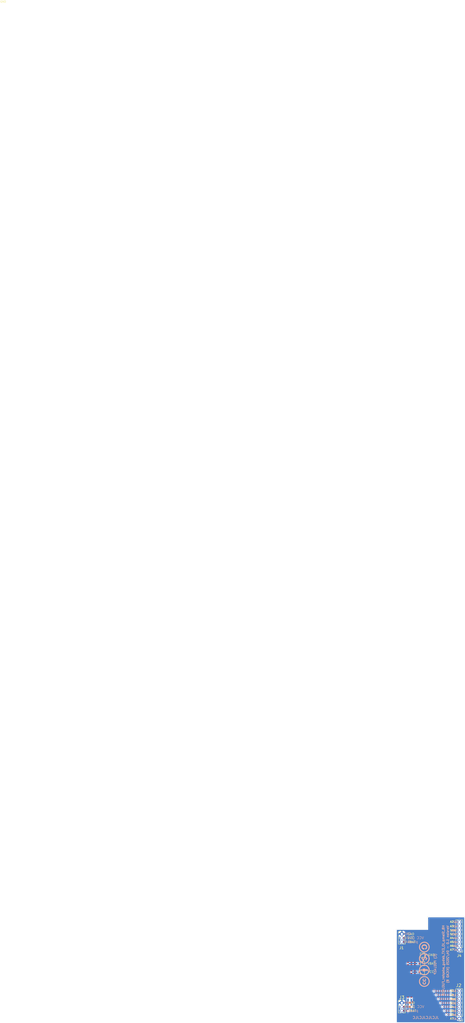
<source format=kicad_pcb>
(kicad_pcb (version 20240108) (generator "pcbnew") (generator_version "8.0")
  (title_block (title "HB_Stamp_IO_EXT_debug_adapter_FUEL4EP") (date "2025-04-17") (rev "1.0") (company "FUEL4EP"))
  (layers (0 "F.Cu" jumper) (31 "B.Cu" signal) (34 "B.Paste" user) (35 "F.Paste" user) (36 "B.SilkS" user "B.Silkscreen") (37 "F.SilkS" user "F.Silkscreen") (38 "B.Mask" user) (39 "F.Mask" user) (44 "Edge.Cuts" user))
  (net 0 "")
  (net 1 "GND")
  (net 2 "/SCL")
  (net 3 "/SDA")
  (net 4 "VCC")
  (net 5 "/plusBAT")
  (net 6 "/A4")
  (net 7 "/A2")
  (net 8 "/A5")
  (net 9 "/A3")
  (net 10 "/A7")
  (net 11 "/A6")
  (footprint "Connector_PinHeader_1.27mm:PinHeader_1x03_P1.27mm_Vertical" (layer "F.Cu") (at 1.8288 -28.4516)
    (property "Reference" "J1" (at -0.0788 4.4516 0) (layer "F.SilkS") (effects (font (size 0.8 0.8))))
    (property "Value" "Power")
    (pad "1" thru_hole rect (at 0 0) (size 1 1) (drill 0.65) (layers "*.Cu" "*.Mask" "In1.Cu" "In2.Cu" "In3.Cu" "In4.Cu" "In5.Cu" "In6.Cu" "In7.Cu" "In8.Cu" "In9.Cu" "In10.Cu" "In11.Cu" "In12.Cu" "In13.Cu" "In14.Cu" "In15.Cu" "In16.Cu" "In17.Cu" "In18.Cu" "In19.Cu" "In20.Cu" "In21.Cu" "In22.Cu" "In23.Cu" "In24.Cu" "In25.Cu" "In26.Cu" "In27.Cu" "In28.Cu" "In29.Cu" "In30.Cu") (net 1 "GND"))
    (pad "2" thru_hole oval (at 0 1.27) (size 1 1) (drill 0.65) (layers "*.Cu" "*.Mask" "In1.Cu" "In2.Cu" "In3.Cu" "In4.Cu" "In5.Cu" "In6.Cu" "In7.Cu" "In8.Cu" "In9.Cu" "In10.Cu" "In11.Cu" "In12.Cu" "In13.Cu" "In14.Cu" "In15.Cu" "In16.Cu" "In17.Cu" "In18.Cu" "In19.Cu" "In20.Cu" "In21.Cu" "In22.Cu" "In23.Cu" "In24.Cu" "In25.Cu" "In26.Cu" "In27.Cu" "In28.Cu" "In29.Cu" "In30.Cu") (net 4 "VCC"))
    (pad "3" thru_hole oval (at 0 2.54) (size 1 1) (drill 0.65) (layers "*.Cu" "*.Mask" "In1.Cu" "In2.Cu" "In3.Cu" "In4.Cu" "In5.Cu" "In6.Cu" "In7.Cu" "In8.Cu" "In9.Cu" "In10.Cu" "In11.Cu" "In12.Cu" "In13.Cu" "In14.Cu" "In15.Cu" "In16.Cu" "In17.Cu" "In18.Cu" "In19.Cu" "In20.Cu" "In21.Cu" "In22.Cu" "In23.Cu" "In24.Cu" "In25.Cu" "In26.Cu" "In27.Cu" "In28.Cu" "In29.Cu" "In30.Cu") (net 5 "/plusBAT"))
  )
  (footprint "Connector_PinHeader_1.27mm:PinHeader_1x08_P1.27mm_Vertical" (layer "F.Cu") (at 20.1676 -1.3716 180)
    (property "Reference" "J2" (at 0.1676 10.6284 0) (layer "F.SilkS"))
    (property "Value" "IO1")
    (pad "1" thru_hole rect (at 0 0 180) (size 1 1) (drill 0.65) (layers "*.Cu" "*.Mask" "In1.Cu" "In2.Cu" "In3.Cu" "In4.Cu" "In5.Cu" "In6.Cu" "In7.Cu" "In8.Cu" "In9.Cu" "In10.Cu" "In11.Cu" "In12.Cu" "In13.Cu" "In14.Cu" "In15.Cu" "In16.Cu" "In17.Cu" "In18.Cu" "In19.Cu" "In20.Cu" "In21.Cu" "In22.Cu" "In23.Cu" "In24.Cu" "In25.Cu" "In26.Cu" "In27.Cu" "In28.Cu" "In29.Cu" "In30.Cu") (net 10 "/A7"))
    (pad "2" thru_hole oval (at 0 1.27 180) (size 1 1) (drill 0.65) (layers "*.Cu" "*.Mask" "In1.Cu" "In2.Cu" "In3.Cu" "In4.Cu" "In5.Cu" "In6.Cu" "In7.Cu" "In8.Cu" "In9.Cu" "In10.Cu" "In11.Cu" "In12.Cu" "In13.Cu" "In14.Cu" "In15.Cu" "In16.Cu" "In17.Cu" "In18.Cu" "In19.Cu" "In20.Cu" "In21.Cu" "In22.Cu" "In23.Cu" "In24.Cu" "In25.Cu" "In26.Cu" "In27.Cu" "In28.Cu" "In29.Cu" "In30.Cu") (net 11 "/A6"))
    (pad "3" thru_hole oval (at 0 2.54 180) (size 1 1) (drill 0.65) (layers "*.Cu" "*.Mask" "In1.Cu" "In2.Cu" "In3.Cu" "In4.Cu" "In5.Cu" "In6.Cu" "In7.Cu" "In8.Cu" "In9.Cu" "In10.Cu" "In11.Cu" "In12.Cu" "In13.Cu" "In14.Cu" "In15.Cu" "In16.Cu" "In17.Cu" "In18.Cu" "In19.Cu" "In20.Cu" "In21.Cu" "In22.Cu" "In23.Cu" "In24.Cu" "In25.Cu" "In26.Cu" "In27.Cu" "In28.Cu" "In29.Cu" "In30.Cu") (net 8 "/A5"))
    (pad "4" thru_hole oval (at 0 3.81 180) (size 1 1) (drill 0.65) (layers "*.Cu" "*.Mask" "In1.Cu" "In2.Cu" "In3.Cu" "In4.Cu" "In5.Cu" "In6.Cu" "In7.Cu" "In8.Cu" "In9.Cu" "In10.Cu" "In11.Cu" "In12.Cu" "In13.Cu" "In14.Cu" "In15.Cu" "In16.Cu" "In17.Cu" "In18.Cu" "In19.Cu" "In20.Cu" "In21.Cu" "In22.Cu" "In23.Cu" "In24.Cu" "In25.Cu" "In26.Cu" "In27.Cu" "In28.Cu" "In29.Cu" "In30.Cu") (net 6 "/A4"))
    (pad "5" thru_hole oval (at 0 5.08 180) (size 1 1) (drill 0.65) (layers "*.Cu" "*.Mask" "In1.Cu" "In2.Cu" "In3.Cu" "In4.Cu" "In5.Cu" "In6.Cu" "In7.Cu" "In8.Cu" "In9.Cu" "In10.Cu" "In11.Cu" "In12.Cu" "In13.Cu" "In14.Cu" "In15.Cu" "In16.Cu" "In17.Cu" "In18.Cu" "In19.Cu" "In20.Cu" "In21.Cu" "In22.Cu" "In23.Cu" "In24.Cu" "In25.Cu" "In26.Cu" "In27.Cu" "In28.Cu" "In29.Cu" "In30.Cu") (net 2 "/SCL"))
    (pad "6" thru_hole oval (at 0 6.35 180) (size 1 1) (drill 0.65) (layers "*.Cu" "*.Mask" "In1.Cu" "In2.Cu" "In3.Cu" "In4.Cu" "In5.Cu" "In6.Cu" "In7.Cu" "In8.Cu" "In9.Cu" "In10.Cu" "In11.Cu" "In12.Cu" "In13.Cu" "In14.Cu" "In15.Cu" "In16.Cu" "In17.Cu" "In18.Cu" "In19.Cu" "In20.Cu" "In21.Cu" "In22.Cu" "In23.Cu" "In24.Cu" "In25.Cu" "In26.Cu" "In27.Cu" "In28.Cu" "In29.Cu" "In30.Cu") (net 3 "/SDA"))
    (pad "7" thru_hole oval (at 0 7.62 180) (size 1 1) (drill 0.65) (layers "*.Cu" "*.Mask" "In1.Cu" "In2.Cu" "In3.Cu" "In4.Cu" "In5.Cu" "In6.Cu" "In7.Cu" "In8.Cu" "In9.Cu" "In10.Cu" "In11.Cu" "In12.Cu" "In13.Cu" "In14.Cu" "In15.Cu" "In16.Cu" "In17.Cu" "In18.Cu" "In19.Cu" "In20.Cu" "In21.Cu" "In22.Cu" "In23.Cu" "In24.Cu" "In25.Cu" "In26.Cu" "In27.Cu" "In28.Cu" "In29.Cu" "In30.Cu") (net 9 "/A3"))
    (pad "8" thru_hole oval (at 0 8.89 180) (size 1 1) (drill 0.65) (layers "*.Cu" "*.Mask" "In1.Cu" "In2.Cu" "In3.Cu" "In4.Cu" "In5.Cu" "In6.Cu" "In7.Cu" "In8.Cu" "In9.Cu" "In10.Cu" "In11.Cu" "In12.Cu" "In13.Cu" "In14.Cu" "In15.Cu" "In16.Cu" "In17.Cu" "In18.Cu" "In19.Cu" "In20.Cu" "In21.Cu" "In22.Cu" "In23.Cu" "In24.Cu" "In25.Cu" "In26.Cu" "In27.Cu" "In28.Cu" "In29.Cu" "In30.Cu") (net 7 "/A2"))
  )
  (footprint "Connector_PinHeader_1.27mm:PinHeader_1x08_P1.27mm_Vertical" (layer "F.Cu") (at 20.1676 -23.3716 180)
    (property "Reference" "J4" (at 0 -1.8716 180) (layer "F.SilkS") (effects (font (size 0.8 0.8))))
    (property "Value" "IO1" (hide yes))
    (pad "1" thru_hole rect (at 0 0 180) (size 1 1) (drill 0.65) (layers "*.Cu" "*.Mask" "In1.Cu" "In2.Cu" "In3.Cu" "In4.Cu" "In5.Cu" "In6.Cu" "In7.Cu" "In8.Cu" "In9.Cu" "In10.Cu" "In11.Cu" "In12.Cu" "In13.Cu" "In14.Cu" "In15.Cu" "In16.Cu" "In17.Cu" "In18.Cu" "In19.Cu" "In20.Cu" "In21.Cu" "In22.Cu" "In23.Cu" "In24.Cu" "In25.Cu" "In26.Cu" "In27.Cu" "In28.Cu" "In29.Cu" "In30.Cu") (net 10 "/A7"))
    (pad "2" thru_hole oval (at 0 1.27 180) (size 1 1) (drill 0.65) (layers "*.Cu" "*.Mask" "In1.Cu" "In2.Cu" "In3.Cu" "In4.Cu" "In5.Cu" "In6.Cu" "In7.Cu" "In8.Cu" "In9.Cu" "In10.Cu" "In11.Cu" "In12.Cu" "In13.Cu" "In14.Cu" "In15.Cu" "In16.Cu" "In17.Cu" "In18.Cu" "In19.Cu" "In20.Cu" "In21.Cu" "In22.Cu" "In23.Cu" "In24.Cu" "In25.Cu" "In26.Cu" "In27.Cu" "In28.Cu" "In29.Cu" "In30.Cu") (net 11 "/A6"))
    (pad "3" thru_hole oval (at 0 2.54 180) (size 1 1) (drill 0.65) (layers "*.Cu" "*.Mask" "In1.Cu" "In2.Cu" "In3.Cu" "In4.Cu" "In5.Cu" "In6.Cu" "In7.Cu" "In8.Cu" "In9.Cu" "In10.Cu" "In11.Cu" "In12.Cu" "In13.Cu" "In14.Cu" "In15.Cu" "In16.Cu" "In17.Cu" "In18.Cu" "In19.Cu" "In20.Cu" "In21.Cu" "In22.Cu" "In23.Cu" "In24.Cu" "In25.Cu" "In26.Cu" "In27.Cu" "In28.Cu" "In29.Cu" "In30.Cu") (net 8 "/A5"))
    (pad "4" thru_hole oval (at 0 3.81 180) (size 1 1) (drill 0.65) (layers "*.Cu" "*.Mask" "In1.Cu" "In2.Cu" "In3.Cu" "In4.Cu" "In5.Cu" "In6.Cu" "In7.Cu" "In8.Cu" "In9.Cu" "In10.Cu" "In11.Cu" "In12.Cu" "In13.Cu" "In14.Cu" "In15.Cu" "In16.Cu" "In17.Cu" "In18.Cu" "In19.Cu" "In20.Cu" "In21.Cu" "In22.Cu" "In23.Cu" "In24.Cu" "In25.Cu" "In26.Cu" "In27.Cu" "In28.Cu" "In29.Cu" "In30.Cu") (net 6 "/A4"))
    (pad "5" thru_hole oval (at 0 5.08 180) (size 1 1) (drill 0.65) (layers "*.Cu" "*.Mask" "In1.Cu" "In2.Cu" "In3.Cu" "In4.Cu" "In5.Cu" "In6.Cu" "In7.Cu" "In8.Cu" "In9.Cu" "In10.Cu" "In11.Cu" "In12.Cu" "In13.Cu" "In14.Cu" "In15.Cu" "In16.Cu" "In17.Cu" "In18.Cu" "In19.Cu" "In20.Cu" "In21.Cu" "In22.Cu" "In23.Cu" "In24.Cu" "In25.Cu" "In26.Cu" "In27.Cu" "In28.Cu" "In29.Cu" "In30.Cu") (net 2 "/SCL"))
    (pad "6" thru_hole oval (at 0 6.35 180) (size 1 1) (drill 0.65) (layers "*.Cu" "*.Mask" "In1.Cu" "In2.Cu" "In3.Cu" "In4.Cu" "In5.Cu" "In6.Cu" "In7.Cu" "In8.Cu" "In9.Cu" "In10.Cu" "In11.Cu" "In12.Cu" "In13.Cu" "In14.Cu" "In15.Cu" "In16.Cu" "In17.Cu" "In18.Cu" "In19.Cu" "In20.Cu" "In21.Cu" "In22.Cu" "In23.Cu" "In24.Cu" "In25.Cu" "In26.Cu" "In27.Cu" "In28.Cu" "In29.Cu" "In30.Cu") (net 3 "/SDA"))
    (pad "7" thru_hole oval (at 0 7.62 180) (size 1 1) (drill 0.65) (layers "*.Cu" "*.Mask" "In1.Cu" "In2.Cu" "In3.Cu" "In4.Cu" "In5.Cu" "In6.Cu" "In7.Cu" "In8.Cu" "In9.Cu" "In10.Cu" "In11.Cu" "In12.Cu" "In13.Cu" "In14.Cu" "In15.Cu" "In16.Cu" "In17.Cu" "In18.Cu" "In19.Cu" "In20.Cu" "In21.Cu" "In22.Cu" "In23.Cu" "In24.Cu" "In25.Cu" "In26.Cu" "In27.Cu" "In28.Cu" "In29.Cu" "In30.Cu") (net 9 "/A3"))
    (pad "8" thru_hole oval (at 0 8.89 180) (size 1 1) (drill 0.65) (layers "*.Cu" "*.Mask" "In1.Cu" "In2.Cu" "In3.Cu" "In4.Cu" "In5.Cu" "In6.Cu" "In7.Cu" "In8.Cu" "In9.Cu" "In10.Cu" "In11.Cu" "In12.Cu" "In13.Cu" "In14.Cu" "In15.Cu" "In16.Cu" "In17.Cu" "In18.Cu" "In19.Cu" "In20.Cu" "In21.Cu" "In22.Cu" "In23.Cu" "In24.Cu" "In25.Cu" "In26.Cu" "In27.Cu" "In28.Cu" "In29.Cu" "In30.Cu") (net 7 "/A2"))
  )
  (footprint "Connector_PinHeader_1.27mm:PinHeader_1x03_P1.27mm_Vertical" (layer "F.Cu") (at 1.8288 -6.4516)
    (property "Reference" "J3" (at 0 -1.695 0) (layer "F.SilkS"))
    (property "Value" "Power")
    (pad "1" thru_hole rect (at 0 0) (size 1 1) (drill 0.65) (layers "*.Cu" "*.Mask" "In1.Cu" "In2.Cu" "In3.Cu" "In4.Cu" "In5.Cu" "In6.Cu" "In7.Cu" "In8.Cu" "In9.Cu" "In10.Cu" "In11.Cu" "In12.Cu" "In13.Cu" "In14.Cu" "In15.Cu" "In16.Cu" "In17.Cu" "In18.Cu" "In19.Cu" "In20.Cu" "In21.Cu" "In22.Cu" "In23.Cu" "In24.Cu" "In25.Cu" "In26.Cu" "In27.Cu" "In28.Cu" "In29.Cu" "In30.Cu") (net 1 "GND"))
    (pad "2" thru_hole oval (at 0 1.27) (size 1 1) (drill 0.65) (layers "*.Cu" "*.Mask" "In1.Cu" "In2.Cu" "In3.Cu" "In4.Cu" "In5.Cu" "In6.Cu" "In7.Cu" "In8.Cu" "In9.Cu" "In10.Cu" "In11.Cu" "In12.Cu" "In13.Cu" "In14.Cu" "In15.Cu" "In16.Cu" "In17.Cu" "In18.Cu" "In19.Cu" "In20.Cu" "In21.Cu" "In22.Cu" "In23.Cu" "In24.Cu" "In25.Cu" "In26.Cu" "In27.Cu" "In28.Cu" "In29.Cu" "In30.Cu") (net 4 "VCC"))
    (pad "3" thru_hole oval (at 0 2.54) (size 1 1) (drill 0.65) (layers "*.Cu" "*.Mask" "In1.Cu" "In2.Cu" "In3.Cu" "In4.Cu" "In5.Cu" "In6.Cu" "In7.Cu" "In8.Cu" "In9.Cu" "In10.Cu" "In11.Cu" "In12.Cu" "In13.Cu" "In14.Cu" "In15.Cu" "In16.Cu" "In17.Cu" "In18.Cu" "In19.Cu" "In20.Cu" "In21.Cu" "In22.Cu" "In23.Cu" "In24.Cu" "In25.Cu" "In26.Cu" "In27.Cu" "In28.Cu" "In29.Cu" "In30.Cu") (net 5 "/plusBAT"))
  )
  (footprint "TestPoint:TestPoint_Pad_1.0x1.0mm" (layer "F.Cu") (at 8.4 -19)
    (property "Reference" "TP2" (hide yes))
    (property "Value" "Vaccu" (hide yes))
    (pad "1" smd rect (at 0 0) (size 1 1) (layers "F.Cu" "F.Mask") (net 5 "/plusBAT"))
  )
  (footprint "FUEL4EP:CC-BY-ND-SA_bottom" (layer "F.Cu") (at 9 -18.75 90)
    (property "Reference" "LOGO1" (hide yes))
    (property "Value" "Logo_Open_Hardware_Small" (hide yes))
  )
  (footprint "TestPoint:TestPoint_Pad_1.0x1.0mm" (layer "F.Cu") (at 8.382 -16.256)
    (property "Reference" "TP3" (hide yes))
    (property "Value" "VCC")
    (pad "1" smd rect (at 0 0) (size 1 1) (layers "F.Cu" "F.Mask") (net 4 "VCC"))
  )
  (footprint "TestPoint:TestPoint_Pad_1.0x1.0mm" (layer "F.Cu") (at 8.4 -21.7)
    (property "Reference" "TP1" (hide yes))
    (property "Value" "GND" (hide yes))
    (pad "1" smd rect (at 0 0) (size 1 1) (layers "F.Cu" "F.Mask") (net 1 "GND"))
  )
  (gr_line (start 0 -30) (end 0 0) (stroke (width 0.038099)) (layer "Edge.Cuts"))
  (gr_line (start 0 -30) (end 10 -30) (stroke (width 0.038099)) (layer "Edge.Cuts"))
  (gr_line (start 10 -34) (end 22 -34) (stroke (width 0.038099)) (layer "Edge.Cuts"))
  (gr_line (start 10 -30) (end 10 -34) (stroke (width 0.038099)) (layer "Edge.Cuts"))
  (gr_line (start 22 -34) (end 22 0) (stroke (width 0.038099)) (layer "Edge.Cuts"))
  (gr_line (start 22 0) (end 0 0) (stroke (width 0.038099)) (layer "Edge.Cuts"))
  (gr_text "A6" (at 19.4564 -24.286 0) (layer "B.SilkS") (effects (font (size 0.6 0.6) (thickness 0.15) (bold yes)) (justify left bottom mirror)))
  (gr_text "Version 1.0 - 04/2025 (KiCAD 8)\n" (at 16.5 -31.25 90) (layer "B.SilkS") (effects (font (size 0.7 0.7)) (justify left mirror)))
  (gr_text "VCC (3.3V)" (at 5.6 -27.2 0) (layer "B.SilkS") (effects (font (size 0.8 0.8) (thickness 0.1)) (justify mirror)))
  (gr_text "A7" (at 19.4564 -23.016 0) (layer "B.SilkS") (effects (font (size 0.6 0.6) (thickness 0.15) (bold yes)) (justify left bottom mirror)))
  (gr_text "SCL" (at 19.4564 -27.9944 0) (layer "B.SilkS") (effects (font (size 0.6 0.6) (thickness 0.15) (bold yes)) (justify left bottom mirror)))
  (gr_text "A7" (at 19.3 -0.9592 0) (layer "B.SilkS") (effects (font (size 0.6 0.6) (thickness 0.15) (bold yes)) (justify left bottom mirror)))
  (gr_text "A4" (at 19.3 -4.7184 0) (layer "B.SilkS") (effects (font (size 0.6 0.6) (thickness 0.15) (bold yes)) (justify left bottom mirror)))
  (gr_text "GND" (at 3.7 -6.5 0) (layer "B.SilkS") (effects (font (size 0.8 0.8) (thickness 0.1)) (justify mirror)))
  (gr_text "SDA" (at 19.3 -7.1568 0) (layer "B.SilkS") (effects (font (size 0.6 0.6) (thickness 0.15) (bold yes)) (justify left bottom mirror)))
  (gr_text "HB_Stamp_IO_EXT_debug_adapter_FUEL4EP" (at 15.0896 -31.3516 90) (layer "B.SilkS") (effects (font (size 0.7 0.7)) (justify left mirror)))
  (gr_text "A4" (at 19.4564 -26.7752 0) (layer "B.SilkS") (effects (font (size 0.6 0.6) (thickness 0.15) (bold yes)) (justify left bottom mirror)))
  (gr_text "VCC (3.3V)" (at 5.7 -5.1976 0) (layer "B.SilkS") (effects (font (size 0.8 0.8) (thickness 0.1)) (justify mirror)))
  (gr_text "JLCJLCJLCJLC" (at 13.75 -1.25 0) (layer "B.SilkS") (effects (font (size 0.8128 0.8128) (thickness 0.1524) (bold yes)) (justify left bottom mirror)))
  (gr_text "SDA" (at 19.4564 -29.2136 0) (layer "B.SilkS") (effects (font (size 0.6 0.6) (thickness 0.15) (bold yes)) (justify left bottom mirror)))
  (gr_text "SCL" (at 19.3 -5.9376 0) (layer "B.SilkS") (effects (font (size 0.6 0.6) (thickness 0.15) (bold yes)) (justify left bottom mirror)))
  (gr_text "(C) FUEL4EP" (at 12.5 -22.25 90) (layer "B.SilkS") (effects (font (size 0.7 0.7)) (justify left mirror)))
  (gr_text "plusBAT" (at 4.799 -3.9346 0) (layer "B.SilkS") (effects (font (size 0.8 0.8) (thickness 0.1)) (justify mirror)))
  (gr_text "A6" (at 19.3 -2.2292 0) (layer "B.SilkS") (effects (font (size 0.6 0.6) (thickness 0.15) (bold yes)) (justify left bottom mirror)))
  (gr_text "A5" (at 19.3 -3.4484 0) (layer "B.SilkS") (effects (font (size 0.6 0.6) (thickness 0.15) (bold yes)) (justify left bottom mirror)))
  (gr_text "A2\n" (at 19.4564 -31.9568 0) (layer "B.SilkS") (effects (font (size 0.6 0.6) (thickness 0.15) (bold yes)) (justify left bottom mirror)))
  (gr_text "GND" (at 3.6 -28.5024 0) (layer "B.SilkS") (effects (font (size 0.8 0.8) (thickness 0.1)) (justify mirror)))
  (gr_text "plusBAT" (at 4.699 -25.937 0) (layer "B.SilkS") (effects (font (size 0.8 0.8) (thickness 0.1)) (justify mirror)))
  (gr_text "A3" (at 19.4564 -30.5344 0) (layer "B.SilkS") (effects (font (size 0.6 0.6) (thickness 0.15) (bold yes)) (justify left bottom mirror)))
  (gr_text "A5" (at 19.4564 -25.5052 0) (layer "B.SilkS") (effects (font (size 0.6 0.6) (thickness 0.15) (bold yes)) (justify left bottom mirror)))
  (gr_text "A3" (at 19.3 -8.4776 0) (layer "B.SilkS") (effects (font (size 0.6 0.6) (thickness 0.15) (bold yes)) (justify left bottom mirror)))
  (gr_text "A2\n" (at 19.3 -9.9 0) (layer "B.SilkS") (effects (font (size 0.6 0.6) (thickness 0.15) (bold yes)) (justify left bottom mirror)))
  (gr_text "A4" (at 17.145 -4.8116 -0) (layer "F.SilkS") (effects (font (size 0.6 0.6) (thickness 0.15) (bold yes)) (justify left bottom)))
  (gr_text "A3" (at 17.145 -8.5708 -0) (layer "F.SilkS") (effects (font (size 0.6 0.6) (thickness 0.15) (bold yes)) (justify left bottom)))
  (gr_text "VCC" (at 4.9 -5.2 0) (layer "F.SilkS") (effects (font (size 0.7 0.7) (thickness 0.1) (italic yes))))
  (gr_text "SCL" (at 17.145 -6.0308 -0) (layer "F.SilkS") (effects (font (size 0.6 0.6) (thickness 0.15) (bold yes)) (justify left bottom)))
  (gr_text "SDA" (at 17.145 -29.2568 -0) (layer "F.SilkS") (effects (font (size 0.6 0.6) (thickness 0.15) (bold yes)) (justify left bottom)))
  (gr_text "GND\n" (at 4.9 -6.4 0) (layer "F.SilkS") (effects (font (size 0.7 0.7) (thickness 0.1) (italic yes))))
  (gr_text "A6" (at 17.145 -2.3224 -0) (layer "F.SilkS") (effects (font (size 0.6 0.6) (thickness 0.15) (bold yes)) (justify left bottom)))
  (gr_text "A2\n" (at 17.145 -32 -0) (layer "F.SilkS") (effects (font (size 0.6 0.6) (thickness 0.15) (bold yes)) (justify left bottom)))
  (gr_text "A5" (at 17.145 -3.5416 -0) (layer "F.SilkS") (effects (font (size 0.6 0.6) (thickness 0.15) (bold yes)) (justify left bottom)))
  (gr_text "A6" (at 17.145 -24.3292 -0) (layer "F.SilkS") (effects (font (size 0.6 0.6) (thickness 0.15) (bold yes)) (justify left bottom)))
  (gr_text "VBAT" (at 11.25 -19 0) (layer "F.SilkS") (effects (font (size 0.7 0.7) (thickness 0.1) (italic yes))))
  (gr_text "VBAT" (at 5.1 -3.9 0) (layer "F.SilkS") (effects (font (size 0.7 0.7) (thickness 0.1) (italic yes))))
  (gr_text "A7" (at 17.145 -23.0592 -0) (layer "F.SilkS") (effects (font (size 0.6 0.6) (thickness 0.15) (bold yes)) (justify left bottom)))
  (gr_text "VCC" (at 4.7 -27.2 0) (layer "F.SilkS") (effects (font (size 0.7 0.7) (thickness 0.1) (italic yes))))
  (gr_text "SCL" (at 17.145 -28.0376 -0) (layer "F.SilkS") (effects (font (size 0.6 0.6) (thickness 0.15) (bold yes)) (justify left bottom)))
  (gr_text "A2\n" (at 17.145 -9.9932 -0) (layer "F.SilkS") (effects (font (size 0.6 0.6) (thickness 0.15) (bold yes)) (justify left bottom)))
  (gr_text "GND\n" (at 11.25 -21.75 0) (layer "F.SilkS") (effects (font (size 0.7 0.7) (thickness 0.1) (italic yes))))
  (gr_text "A5" (at 17.145 -25.5484 -0) (layer "F.SilkS") (effects (font (size 0.6 0.6) (thickness 0.15) (bold yes)) (justify left bottom)))
  (gr_text "GND\n" (at 4.7 -28.4 0) (layer "F.SilkS") (effects (font (size 0.7 0.7) (thickness 0.1) (italic yes))))
  (gr_text "SDA" (at 17.145 -7.25 -0) (layer "F.SilkS") (effects (font (size 0.6 0.6) (thickness 0.15) (bold yes)) (justify left bottom)))
  (gr_text "VCC" (at 11.049 -16.383 0) (layer "F.SilkS") (effects (font (size 0.7 0.7) (thickness 0.1) (italic yes))))
  (gr_text "GND" (at -125.476 -326.39 0) (layer "F.SilkS") (effects (font (size 0.6 0.6) (thickness 0.1))))
  (gr_text "A7" (at 17.145 -1.0524 -0) (layer "F.SilkS") (effects (font (size 0.6 0.6) (thickness 0.15) (bold yes)) (justify left bottom)))
  (gr_text "A3" (at 17.145 -30.5776 -0) (layer "F.SilkS") (effects (font (size 0.6 0.6) (thickness 0.15) (bold yes)) (justify left bottom)))
  (gr_text "A4" (at 17.145 -26.8184 -0) (layer "F.SilkS") (effects (font (size 0.6 0.6) (thickness 0.15) (bold yes)) (justify left bottom)))
  (gr_text "VBAT" (at 4.9 -25.9 0) (layer "F.SilkS") (effects (font (size 0.7 0.7) (thickness 0.1) (italic yes))))
  (segment (start 6 -7.4) (end 5.0516 -6.4516) (width 0.5) (layer "F.Cu") (net 1))
  (segment (start 6 -28.1) (end 6 -21.7) (width 0.5) (layer "F.Cu") (net 1))
  (segment (start 6 -21.7) (end 6 -7.4) (width 0.5) (layer "F.Cu") (net 1))
  (segment (start 5.6484 -28.4516) (end 6 -28.1) (width 0.5) (layer "F.Cu") (net 1))
  (segment (start 8.4 -21.7) (end 6 -21.7) (width 0.5) (layer "F.Cu") (net 1))
  (segment (start 1.8288 -28.4516) (end 5.6484 -28.4516) (width 0.5) (layer "F.Cu") (net 1))
  (segment (start 5.0516 -6.4516) (end 1.8288 -6.4516) (width 0.5) (layer "F.Cu") (net 1))
  (segment (start 14.2 -6.4) (end 14.2 -24.4) (width 0.2) (layer "F.Cu") (net 2))
  (segment (start 17.5516 -6.4516) (end 17.5 -6.4) (width 0.2) (layer "F.Cu") (net 2))
  (segment (start 14.2 -24.4) (end 18.2516 -28.4516) (width 0.2) (layer "F.Cu") (net 2))
  (segment (start 18.2516 -28.4516) (end 20.1676 -28.4516) (width 0.2) (layer "F.Cu") (net 2))
  (segment (start 20.1676 -6.4516) (end 17.5516 -6.4516) (width 0.2) (layer "F.Cu") (net 2))
  (via (at 17.5 -6.4) (size 0.6) (drill 0.4) (layers "F.Cu" "B.Cu") (net 2))
  (via (at 14.2 -6.4) (size 0.6) (drill 0.4) (layers "F.Cu" "B.Cu") (net 2))
  (segment (start 17.5 -6.4) (end 14.2 -6.4) (width 0.2) (layer "B.Cu") (net 2))
  (segment (start 19.1 -29.7) (end 19.1216 -29.7216) (width 0.2) (layer "F.Cu") (net 3))
  (segment (start 18.8 -29.7) (end 19.1 -29.7) (width 0.2) (layer "F.Cu") (net 3))
  (segment (start 19.1216 -29.7216) (end 20.1676 -29.7216) (width 0.2) (layer "F.Cu") (net 3))
  (segment (start 13.5 -24.4) (end 18.8 -29.7) (width 0.2) (layer "F.Cu") (net 3))
  (segment (start 13.5 -7.7) (end 13.5 -24.4) (width 0.2) (layer "F.Cu") (net 3))
  (segment (start 20.1676 -7.7216) (end 17.5216 -7.7216) (width 0.2) (layer "F.Cu") (net 3))
  (segment (start 17.5216 -7.7216) (end 17.5 -7.7) (width 0.2) (layer "F.Cu") (net 3))
  (via (at 13.5 -7.7) (size 0.6) (drill 0.4) (layers "F.Cu" "B.Cu") (net 3))
  (via (at 17.5 -7.7) (size 0.6) (drill 0.4) (layers "F.Cu" "B.Cu") (net 3))
  (segment (start 17.5 -7.7) (end 13.5 -7.7) (width 0.2) (layer "B.Cu") (net 3))
  (segment (start 4.6184 -27.1816) (end 1.8288 -27.1816) (width 0.5) (layer "F.Cu") (net 4))
  (segment (start 1.8288 -5.1816) (end 4.8816 -5.1816) (width 0.5) (layer "F.Cu") (net 4))
  (segment (start 8.382 -16.256) (end 6.985 -16.256) (width 0.5) (layer "F.Cu") (net 4))
  (segment (start 4.9 -26.9) (end 4.6184 -27.1816) (width 0.5) (layer "F.Cu") (net 4))
  (segment (start 4.9 -7.9) (end 4.9 -26.9) (width 0.5) (layer "F.Cu") (net 4))
  (via (at 4.953 -16.256) (size 0.6) (drill 0.4) (layers "F.Cu" "B.Cu") (net 4))
  (via (at 4.9 -7.9) (size 0.6) (drill 0.4) (layers "F.Cu" "B.Cu") (net 4))
  (via (at 6.985 -16.256) (size 0.6) (drill 0.4) (layers "F.Cu" "B.Cu") (net 4))
  (via (at 4.8816 -5.1816) (size 0.6) (drill 0.4) (layers "F.Cu" "B.Cu") (net 4))
  (segment (start 4.8816 -5.1816) (end 4.8816 -7.8816) (width 0.5) (layer "B.Cu") (net 4))
  (segment (start 6.985 -16.256) (end 4.953 -16.256) (width 0.5) (layer "B.Cu") (net 4))
  (segment (start 4.8816 -7.8816) (end 4.9 -7.9) (width 0.5) (layer "B.Cu") (net 4))
  (segment (start 3.8 -7.9) (end 3.8 -25.8) (width 0.5) (layer "F.Cu") (net 5))
  (segment (start 3.7884 -3.9116) (end 3.8 -3.9) (width 0.5) (layer "F.Cu") (net 5))
  (segment (start 1.8288 -3.9116) (end 3.7884 -3.9116) (width 0.5) (layer "F.Cu") (net 5))
  (segment (start 3.8 -25.8) (end 3.6884 -25.9116) (width 0.5) (layer "F.Cu") (net 5))
  (segment (start 3.6884 -25.9116) (end 1.8288 -25.9116) (width 0.5) (layer "F.Cu") (net 5))
  (segment (start 8.4 -19) (end 7 -19) (width 0.5) (layer "F.Cu") (net 5))
  (via (at 3.8 -3.9) (size 0.6) (drill 0.4) (layers "F.Cu" "B.Cu") (net 5))
  (via (at 3.8 -19) (size 0.6) (drill 0.4) (layers "F.Cu" "B.Cu") (net 5))
  (via (at 7 -19) (size 0.6) (drill 0.4) (layers "F.Cu" "B.Cu") (net 5))
  (via (at 3.8 -7.9) (size 0.6) (drill 0.4) (layers "F.Cu" "B.Cu") (net 5))
  (segment (start 7 -19) (end 3.8 -19) (width 0.5) (layer "B.Cu") (net 5))
  (segment (start 3.8 -3.9) (end 3.8 -7.9) (width 0.5) (layer "B.Cu") (net 5))
  (segment (start 17.9816 -27.1816) (end 20.1676 -27.1816) (width 0.2) (layer "F.Cu") (net 6))
  (segment (start 17.5184 -5.1816) (end 17.5 -5.2) (width 0.2) (layer "F.Cu") (net 6))
  (segment (start 20.1676 -5.1816) (end 17.5184 -5.1816) (width 0.2) (layer "F.Cu") (net 6))
  (segment (start 14.8 -24) (end 17.9816 -27.1816) (width 0.2) (layer "F.Cu") (net 6))
  (segment (start 14.8 -5.2) (end 14.8 -24) (width 0.2) (layer "F.Cu") (net 6))
  (via (at 17.5 -5.2) (size 0.6) (drill 0.4) (layers "F.Cu" "B.Cu") (net 6))
  (via (at 14.8 -5.2) (size 0.6) (drill 0.4) (layers "F.Cu" "B.Cu") (net 6))
  (segment (start 17.5 -5.2) (end 14.8 -5.2) (width 0.2) (layer "B.Cu") (net 6))
  (segment (start 12.1 -10.2) (end 12.1 -25.2) (width 0.2) (layer "F.Cu") (net 7))
  (segment (start 17.5616 -10.2616) (end 17.5 -10.2) (width 0.2) (layer "F.Cu") (net 7))
  (segment (start 12.1 -25.2) (end 19.1 -32.2) (width 0.2) (layer "F.Cu") (net 7))
  (segment (start 19.1 -32.3) (end 19.1384 -32.2616) (width 0.2) (layer "F.Cu") (net 7))
  (segment (start 19.1 -32.2) (end 19.1 -32.3) (width 0.2) (layer "F.Cu") (net 7))
  (segment (start 19.1384 -32.2616) (end 20.1676 -32.2616) (width 0.2) (layer "F.Cu") (net 7))
  (segment (start 20.1676 -10.2616) (end 17.5616 -10.2616) (width 0.2) (layer "F.Cu") (net 7))
  (via (at 12.1 -10.2) (size 0.6) (drill 0.4) (layers "F.Cu" "B.Cu") (net 7))
  (via (at 17.5 -10.2) (size 0.6) (drill 0.4) (layers "F.Cu" "B.Cu") (net 7))
  (segment (start 17.5 -10.2) (end 12.1 -10.2) (width 0.2) (layer "B.Cu") (net 7))
  (segment (start 17.5116 -3.9116) (end 17.5 -3.9) (width 0.2) (layer "F.Cu") (net 8))
  (segment (start 15.4 -23.568628) (end 17.742972 -25.9116) (width 0.2) (layer "F.Cu") (net 8))
  (segment (start 17.742972 -25.9116) (end 20.1676 -25.9116) (width 0.2) (layer "F.Cu") (net 8))
  (segment (start 15.4 -3.9) (end 15.4 -23.568628) (width 0.2) (layer "F.Cu") (net 8))
  (segment (start 20.1676 -3.9116) (end 17.5116 -3.9116) (width 0.2) (layer "F.Cu") (net 8))
  (via (at 15.4 -3.9) (size 0.6) (drill 0.4) (layers "F.Cu" "B.Cu") (net 8))
  (via (at 17.5 -3.9) (size 0.6) (drill 0.4) (layers "F.Cu" "B.Cu") (net 8))
  (segment (start 17.5 -3.9) (end 15.4 -3.9) (width 0.2) (layer "B.Cu") (net 8))
  (segment (start 12.8 -25) (end 18.7916 -30.9916) (width 0.2) (layer "F.Cu") (net 9))
  (segment (start 17.5084 -8.9916) (end 17.5 -9) (width 0.2) (layer "F.Cu") (net 9))
  (segment (start 18.7916 -30.9916) (end 20.1676 -30.9916) (width 0.2) (layer "F.Cu") (net 9))
  (segment (start 20.1676 -8.9916) (end 17.5084 -8.9916) (width 0.2) (layer "F.Cu") (net 9))
  (segment (start 12.8 -9) (end 12.8 -25) (width 0.2) (layer "F.Cu") (net 9))
  (via (at 17.5 -9) (size 0.6) (drill 0.4) (layers "F.Cu" "B.Cu") (net 9))
  (via (at 12.8 -9) (size 0.6) (drill 0.4) (layers "F.Cu" "B.Cu") (net 9))
  (segment (start 17.5 -9) (end 12.8 -9) (width 0.2) (layer "B.Cu") (net 9))
  (segment (start 20.1676 -1.3716) (end 16.9284 -1.3716) (width 0.2) (layer "F.Cu") (net 10))
  (segment (start 16.8 -1.5) (end 16.8 -22.9) (width 0.2) (layer "F.Cu") (net 10))
  (segment (start 16.9284 -1.3716) (end 16.8 -1.5) (width 0.2) (layer "F.Cu") (net 10))
  (segment (start 16.8 -22.9) (end 17.2716 -23.3716) (width 0.2) (layer "F.Cu") (net 10))
  (segment (start 17.2716 -23.3716) (end 20.1676 -23.3716) (width 0.2) (layer "F.Cu") (net 10))
  (segment (start 20.1676 -2.6416) (end 17.5584 -2.6416) (width 0.2) (layer "F.Cu") (net 11))
  (segment (start 16.1 -23.5) (end 17.2416 -24.6416) (width 0.2) (layer "F.Cu") (net 11))
  (segment (start 17.2416 -24.6416) (end 20.1676 -24.6416) (width 0.2) (layer "F.Cu") (net 11))
  (segment (start 16.1 -2.7) (end 16.1 -23.5) (width 0.2) (layer "F.Cu") (net 11))
  (segment (start 17.5584 -2.6416) (end 17.5 -2.7) (width 0.2) (layer "F.Cu") (net 11))
  (via (at 16.1 -2.7) (size 0.6) (drill 0.4) (layers "F.Cu" "B.Cu") (net 11))
  (via (at 17.5 -2.7) (size 0.6) (drill 0.4) (layers "F.Cu" "B.Cu") (net 11))
  (segment (start 17.5 -2.7) (end 16.1 -2.7) (width 0.2) (layer "B.Cu") (net 11))
  (zone (net 1) (net_name "GND") (layer "B.Cu") (connect_pads (clearance 0)) (min_thickness 0.25) (fill yes (thermal_gap 0.5) (thermal_bridge_width 0.5))
    (polygon (pts (xy 0.25 -0.25) (xy 0.25 -29.75) (xy 10.25 -29.75) (xy 10.25 -33.75) (xy 21.75 -33.75) (xy 21.75 -0.25)))
  )
)
</source>
